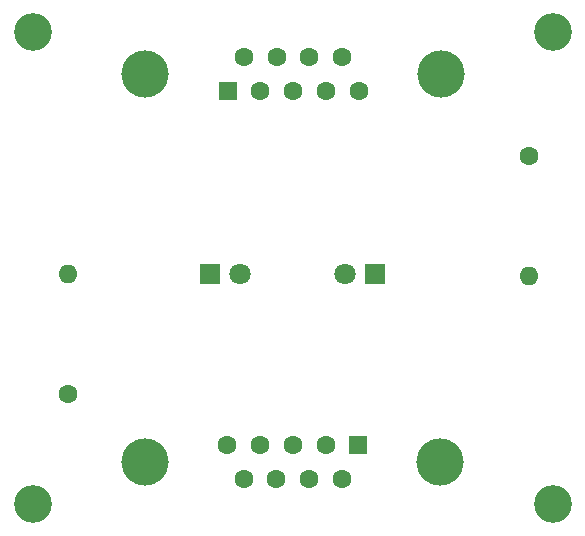
<source format=gbs>
G04 #@! TF.GenerationSoftware,KiCad,Pcbnew,7.0.5*
G04 #@! TF.CreationDate,2024-08-02T13:19:31+02:00*
G04 #@! TF.ProjectId,NullModemAdapter,4e756c6c-4d6f-4646-956d-416461707465,rev?*
G04 #@! TF.SameCoordinates,Original*
G04 #@! TF.FileFunction,Soldermask,Bot*
G04 #@! TF.FilePolarity,Negative*
%FSLAX46Y46*%
G04 Gerber Fmt 4.6, Leading zero omitted, Abs format (unit mm)*
G04 Created by KiCad (PCBNEW 7.0.5) date 2024-08-02 13:19:31*
%MOMM*%
%LPD*%
G01*
G04 APERTURE LIST*
%ADD10C,3.200000*%
%ADD11C,1.600000*%
%ADD12O,1.600000X1.600000*%
%ADD13C,4.000000*%
%ADD14R,1.600000X1.600000*%
%ADD15R,1.800000X1.800000*%
%ADD16C,1.800000*%
G04 APERTURE END LIST*
D10*
X109000000Y-65000000D03*
D11*
X68000000Y-95660000D03*
D12*
X68000000Y-85500000D03*
D10*
X65000000Y-105000000D03*
D13*
X99535000Y-68570000D03*
X74535000Y-68570000D03*
D14*
X81495000Y-69990000D03*
D11*
X84265000Y-69990000D03*
X87035000Y-69990000D03*
X89805000Y-69990000D03*
X92575000Y-69990000D03*
X82880000Y-67150000D03*
X85650000Y-67150000D03*
X88420000Y-67150000D03*
X91190000Y-67150000D03*
D10*
X109000000Y-105000000D03*
D11*
X107000000Y-75500000D03*
D12*
X107000000Y-85660000D03*
D15*
X79960000Y-85500000D03*
D16*
X82500000Y-85500000D03*
D13*
X74510000Y-101420000D03*
X99510000Y-101420000D03*
D14*
X92550000Y-100000000D03*
D11*
X89780000Y-100000000D03*
X87010000Y-100000000D03*
X84240000Y-100000000D03*
X81470000Y-100000000D03*
X91165000Y-102840000D03*
X88395000Y-102840000D03*
X85625000Y-102840000D03*
X82855000Y-102840000D03*
D10*
X65000000Y-65000000D03*
D15*
X94000000Y-85500000D03*
D16*
X91460000Y-85500000D03*
M02*

</source>
